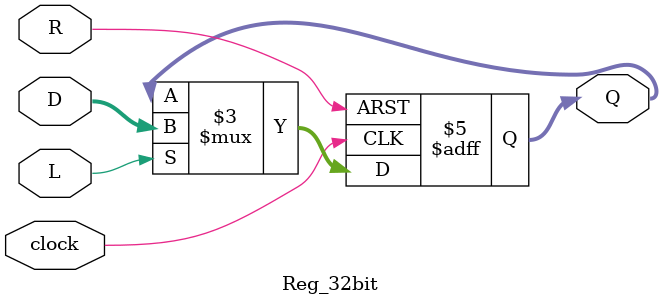
<source format=v>
module Reg_32bit(Q, D, L, R, clock);
	parameter N = 32; // number of bits
	output reg [N-1:0]Q; // registered output
	input [N-1:0]D; // data input
	input L; // load enable
	input R; // reset
	input clock; // clock
	
	always @(posedge clock or posedge R) begin
		if(R)
			Q <= 0;
		else if(L)
			Q <= D;
		else
			Q <= Q;
			//write all conditions
	end
	
endmodule

</source>
